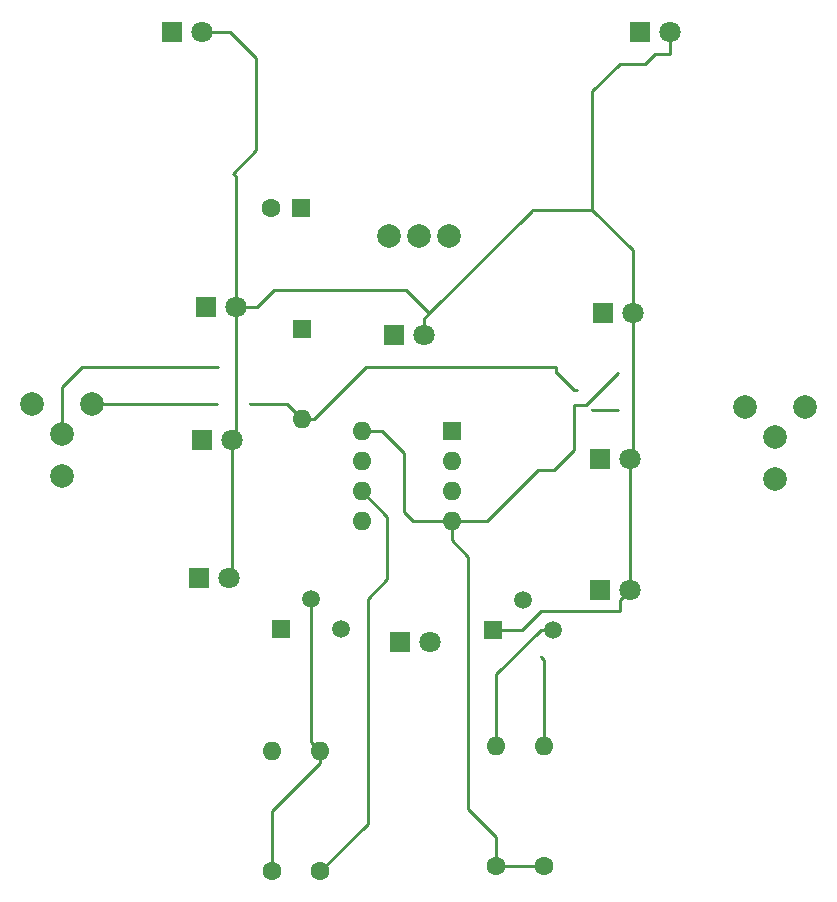
<source format=gbr>
%TF.GenerationSoftware,KiCad,Pcbnew,8.0.1*%
%TF.CreationDate,2024-04-02T10:46:18+02:00*%
%TF.ProjectId,ROBO_III,524f424f-5f49-4494-992e-6b696361645f,rev?*%
%TF.SameCoordinates,Original*%
%TF.FileFunction,Copper,L1,Top*%
%TF.FilePolarity,Positive*%
%FSLAX46Y46*%
G04 Gerber Fmt 4.6, Leading zero omitted, Abs format (unit mm)*
G04 Created by KiCad (PCBNEW 8.0.1) date 2024-04-02 10:46:18*
%MOMM*%
%LPD*%
G01*
G04 APERTURE LIST*
%TA.AperFunction,ComponentPad*%
%ADD10R,1.800000X1.800000*%
%TD*%
%TA.AperFunction,ComponentPad*%
%ADD11C,1.800000*%
%TD*%
%TA.AperFunction,ComponentPad*%
%ADD12R,1.500000X1.500000*%
%TD*%
%TA.AperFunction,ComponentPad*%
%ADD13C,1.500000*%
%TD*%
%TA.AperFunction,ComponentPad*%
%ADD14C,1.600000*%
%TD*%
%TA.AperFunction,ComponentPad*%
%ADD15O,1.600000X1.600000*%
%TD*%
%TA.AperFunction,ComponentPad*%
%ADD16R,1.600000X1.600000*%
%TD*%
%TA.AperFunction,ComponentPad*%
%ADD17C,2.000000*%
%TD*%
%TA.AperFunction,ViaPad*%
%ADD18C,0.300000*%
%TD*%
%TA.AperFunction,Conductor*%
%ADD19C,0.250000*%
%TD*%
G04 APERTURE END LIST*
D10*
%TO.P,D11,1,K*%
%TO.N,Net-(D1-K)*%
X88892500Y-34392500D03*
D11*
%TO.P,D11,2,A*%
%TO.N,Net-(D1-A)*%
X91432500Y-34392500D03*
%TD*%
D10*
%TO.P,D8,1,K*%
%TO.N,Net-(D1-K)*%
X51592500Y-80567500D03*
D11*
%TO.P,D8,2,A*%
%TO.N,Net-(D1-A)*%
X54132500Y-80567500D03*
%TD*%
D10*
%TO.P,D2,1,K*%
%TO.N,Net-(D1-K)*%
X68077500Y-60042500D03*
D11*
%TO.P,D2,2,A*%
%TO.N,Net-(D1-A)*%
X70617500Y-60042500D03*
%TD*%
D12*
%TO.P,T2,1,E*%
%TO.N,Net-(D1-K)*%
X58527500Y-84907500D03*
D13*
%TO.P,T2,2,B*%
%TO.N,Net-(Q1-B)*%
X61067500Y-82367500D03*
%TO.P,T2,3,C*%
%TO.N,Net-(Q1-C)*%
X63607500Y-84907500D03*
%TD*%
D10*
%TO.P,D4,1,K*%
%TO.N,Net-(D1-K)*%
X85767500Y-58142500D03*
D11*
%TO.P,D4,2,A*%
%TO.N,Net-(D1-A)*%
X88307500Y-58142500D03*
%TD*%
D10*
%TO.P,D1,1,K*%
%TO.N,Net-(D1-K)*%
X52127500Y-57667500D03*
D11*
%TO.P,D1,2,A*%
%TO.N,Net-(D1-A)*%
X54667500Y-57667500D03*
%TD*%
D10*
%TO.P,D5,1,K*%
%TO.N,Net-(D1-K)*%
X85542500Y-70492500D03*
D11*
%TO.P,D5,2,A*%
%TO.N,Net-(D1-A)*%
X88082500Y-70492500D03*
%TD*%
D10*
%TO.P,D9,1,K*%
%TO.N,Net-(D1-K)*%
X51842500Y-68942500D03*
D11*
%TO.P,D9,2,A*%
%TO.N,Net-(D1-A)*%
X54382500Y-68942500D03*
%TD*%
D12*
%TO.P,T1,1,E*%
%TO.N,Net-(D1-A)*%
X76452500Y-84982500D03*
D13*
%TO.P,T1,2,B*%
%TO.N,Net-(Q1-C)*%
X78992500Y-82442500D03*
%TO.P,T1,3,C*%
%TO.N,Net-(Q2-C)*%
X81532500Y-84982500D03*
%TD*%
D10*
%TO.P,D6,1,K*%
%TO.N,Net-(D1-K)*%
X85542500Y-81642500D03*
D11*
%TO.P,D6,2,A*%
%TO.N,Net-(D1-A)*%
X88082500Y-81642500D03*
%TD*%
D10*
%TO.P,D7,1,K*%
%TO.N,Net-(D1-K)*%
X68592500Y-86017500D03*
D11*
%TO.P,D7,2,A*%
%TO.N,Net-(D1-A)*%
X71132500Y-86017500D03*
%TD*%
D10*
%TO.P,D10,1,K*%
%TO.N,Net-(D1-K)*%
X49317500Y-34392500D03*
D11*
%TO.P,D10,2,A*%
%TO.N,Net-(D1-A)*%
X51857500Y-34392500D03*
%TD*%
D14*
%TO.P,R3,1*%
%TO.N,Net-(D3-K)*%
X61817500Y-105402500D03*
D15*
%TO.P,R3,2*%
%TO.N,Net-(Q1-B)*%
X61817500Y-95242500D03*
%TD*%
D16*
%TO.P,C1,1*%
%TO.N,Net-(D3-K)*%
X60192500Y-49292500D03*
D14*
%TO.P,C1,2*%
%TO.N,Net-(D1-K)*%
X57692500Y-49292500D03*
%TD*%
D17*
%TO.P,P1,1,1*%
%TO.N,Net-(S1-E)*%
X102897500Y-66142500D03*
%TO.P,P1,2,2*%
%TO.N,unconnected-(P1-Pad2)*%
X97817500Y-66142500D03*
%TO.P,P1,3,3*%
%TO.N,Net-(D3-A)*%
X100357500Y-72238500D03*
X100357500Y-68682500D03*
%TD*%
%TO.P,S1,1,A*%
%TO.N,Net-(S1-A-Pad1)*%
X67667500Y-51617500D03*
%TO.P,S1,2,E*%
%TO.N,Net-(S1-E)*%
X70207500Y-51617500D03*
%TO.P,S1,3,A*%
%TO.N,unconnected-(S1-A-Pad3)*%
X72747500Y-51617500D03*
%TD*%
D14*
%TO.P,R5,1*%
%TO.N,Net-(S1-E)*%
X80792500Y-104952500D03*
D15*
%TO.P,R5,2*%
%TO.N,Net-(Q1-C)*%
X80792500Y-94792500D03*
%TD*%
D14*
%TO.P,R6,1*%
%TO.N,Net-(S1-E)*%
X76742500Y-104952500D03*
D15*
%TO.P,R6,2*%
%TO.N,Net-(Q2-C)*%
X76742500Y-94792500D03*
%TD*%
D14*
%TO.P,R4,1*%
%TO.N,Net-(Q1-B)*%
X57767500Y-105402500D03*
D15*
%TO.P,R4,2*%
%TO.N,Net-(D1-K)*%
X57767500Y-95242500D03*
%TD*%
D17*
%TO.P,P2,1,1*%
%TO.N,Net-(D3-A)*%
X42481300Y-65831700D03*
%TO.P,P2,2,2*%
%TO.N,unconnected-(P2-Pad2)*%
X37401300Y-65831700D03*
%TO.P,P2,3,3*%
%TO.N,Net-(D3-K)*%
X39941300Y-71927700D03*
X39941300Y-68371700D03*
%TD*%
D16*
%TO.P,D3,1,K*%
%TO.N,Net-(D3-K)*%
X60292500Y-59547500D03*
D15*
%TO.P,D3,2,A*%
%TO.N,Net-(D3-A)*%
X60292500Y-67167500D03*
%TD*%
D16*
%TO.P,U1,1,GND*%
%TO.N,Net-(D1-K)*%
X72962500Y-68162500D03*
D15*
%TO.P,U1,2,TR*%
%TO.N,Net-(D3-K)*%
X72962500Y-70702500D03*
%TO.P,U1,3,Q*%
%TO.N,Net-(U1-Pad3)*%
X72962500Y-73242500D03*
%TO.P,U1,4,R*%
%TO.N,Net-(S1-E)*%
X72962500Y-75782500D03*
%TO.P,U1,5,CV*%
%TO.N,unconnected-(U1-CV-Pad5)*%
X65342500Y-75782500D03*
%TO.P,U1,6,THR*%
%TO.N,Net-(D3-K)*%
X65342500Y-73242500D03*
%TO.P,U1,7,DIS*%
%TO.N,Net-(D3-A)*%
X65342500Y-70702500D03*
%TO.P,U1,8,VCC*%
%TO.N,Net-(S1-E)*%
X65342500Y-68162500D03*
%TD*%
D18*
%TO.N,Net-(D3-K)*%
X53167500Y-62717500D03*
%TO.N,Net-(D3-A)*%
X84867500Y-66392500D03*
X55917500Y-65867500D03*
X87042500Y-66392500D03*
X83542500Y-64667500D03*
X53117500Y-65817500D03*
%TO.N,Net-(S1-E)*%
X87067500Y-63192500D03*
%TO.N,Net-(Q1-C)*%
X80492500Y-87267500D03*
%TD*%
D19*
%TO.N,Net-(D3-K)*%
X67517500Y-80667500D02*
X65842500Y-82342500D01*
X65342500Y-73242500D02*
X67517500Y-75417500D01*
X65842500Y-82342500D02*
X65842500Y-101377500D01*
X39941300Y-68371700D02*
X39941300Y-64418700D01*
X65842500Y-101377500D02*
X61817500Y-105402500D01*
X53167500Y-62717500D02*
X41642500Y-62717500D01*
X39941300Y-64418700D02*
X41642500Y-62717500D01*
X67517500Y-75417500D02*
X67517500Y-80667500D01*
%TO.N,Net-(D1-A)*%
X51857500Y-34392500D02*
X54217500Y-34392500D01*
X56442500Y-57667500D02*
X57917500Y-56192500D01*
X80492500Y-83392500D02*
X87242500Y-83392500D01*
X71067500Y-58192500D02*
X70617500Y-58642500D01*
X84867500Y-49392500D02*
X79742500Y-49392500D01*
X84867500Y-49392500D02*
X88307500Y-52832500D01*
X54382500Y-68942500D02*
X54382500Y-80317500D01*
X70617500Y-58642500D02*
X70617500Y-60042500D01*
X54667500Y-57667500D02*
X56442500Y-57667500D01*
X54667500Y-57667500D02*
X54667500Y-68657500D01*
X56367500Y-36542500D02*
X56367500Y-44392500D01*
X88307500Y-58142500D02*
X88307500Y-70267500D01*
X54417500Y-46342500D02*
X54667500Y-46592500D01*
X79742500Y-49392500D02*
X79742500Y-49517500D01*
X54667500Y-46592500D02*
X54667500Y-57667500D01*
X87242500Y-83392500D02*
X87242500Y-82482500D01*
X88307500Y-70267500D02*
X88082500Y-70492500D01*
X88082500Y-70492500D02*
X88082500Y-81642500D01*
X69067500Y-56192500D02*
X71067500Y-58192500D01*
X88307500Y-52832500D02*
X88307500Y-58142500D01*
X84867500Y-39350292D02*
X84867500Y-49392500D01*
X78902500Y-84982500D02*
X80492500Y-83392500D01*
X87175292Y-37042500D02*
X84867500Y-39350292D01*
X57917500Y-56192500D02*
X69067500Y-56192500D01*
X54217500Y-34392500D02*
X56367500Y-36542500D01*
X55080247Y-57254753D02*
X54667500Y-57667500D01*
X54382500Y-80317500D02*
X54132500Y-80567500D01*
X91432500Y-36202500D02*
X90157500Y-36202500D01*
X56367500Y-44392500D02*
X54417500Y-46342500D01*
X89317500Y-37042500D02*
X87175292Y-37042500D01*
X76452500Y-84982500D02*
X78902500Y-84982500D01*
X54667500Y-68657500D02*
X54382500Y-68942500D01*
X79742500Y-49517500D02*
X71067500Y-58192500D01*
X91432500Y-34392500D02*
X91432500Y-36202500D01*
X87242500Y-82482500D02*
X88082500Y-81642500D01*
X90157500Y-36202500D02*
X89317500Y-37042500D01*
%TO.N,Net-(D3-A)*%
X58992500Y-65867500D02*
X60292500Y-67167500D01*
X47128300Y-65831700D02*
X50991320Y-65831700D01*
X65742500Y-62717500D02*
X81792500Y-62717500D01*
X81792500Y-62717500D02*
X81792500Y-63192500D01*
X42481300Y-65831700D02*
X47128300Y-65831700D01*
X50991320Y-65831700D02*
X51005520Y-65817500D01*
X60292500Y-67167500D02*
X61292500Y-67167500D01*
X83342500Y-64667500D02*
X83542500Y-64667500D01*
X51005520Y-65817500D02*
X53117500Y-65817500D01*
X61292500Y-67167500D02*
X65742500Y-62717500D01*
X81867500Y-63192500D02*
X83342500Y-64667500D01*
X81792500Y-63192500D02*
X81867500Y-63192500D01*
X84867500Y-66392500D02*
X87042500Y-66392500D01*
X55917500Y-65867500D02*
X58992500Y-65867500D01*
%TO.N,Net-(S1-E)*%
X74342500Y-78792500D02*
X72962500Y-77412500D01*
X81592500Y-71442500D02*
X83292500Y-69742500D01*
X84292500Y-65967500D02*
X87067500Y-63192500D01*
X68892500Y-75017500D02*
X69657500Y-75782500D01*
X83292500Y-69742500D02*
X83292500Y-65967500D01*
X72962500Y-75782500D02*
X75927500Y-75782500D01*
X83292500Y-65967500D02*
X84292500Y-65967500D01*
X76742500Y-102542500D02*
X74342500Y-100142500D01*
X72962500Y-77412500D02*
X72962500Y-75782500D01*
X75927500Y-75782500D02*
X78817500Y-72892500D01*
X69657500Y-75782500D02*
X72962500Y-75782500D01*
X67087500Y-68162500D02*
X68892500Y-69967500D01*
X80267500Y-71442500D02*
X81592500Y-71442500D01*
X74342500Y-100142500D02*
X74342500Y-78792500D01*
X76742500Y-104952500D02*
X76742500Y-102542500D01*
X78817500Y-72892500D02*
X80267500Y-71442500D01*
X80792500Y-104952500D02*
X76742500Y-104952500D01*
X68892500Y-69967500D02*
X68892500Y-75017500D01*
X65342500Y-68162500D02*
X67087500Y-68162500D01*
%TO.N,Net-(Q1-B)*%
X61817500Y-95242500D02*
X61817500Y-96292500D01*
X61067500Y-82367500D02*
X61067500Y-94492500D01*
X61817500Y-96292500D02*
X57767500Y-100342500D01*
X61067500Y-94492500D02*
X61817500Y-95242500D01*
X57767500Y-100342500D02*
X57767500Y-105402500D01*
%TO.N,Net-(Q1-C)*%
X80492500Y-87267500D02*
X80792500Y-87567500D01*
X80792500Y-87567500D02*
X80792500Y-94792500D01*
%TO.N,Net-(Q2-C)*%
X81532500Y-84982500D02*
X80477500Y-84982500D01*
X80477500Y-84982500D02*
X76742500Y-88717500D01*
X76742500Y-88717500D02*
X76742500Y-94792500D01*
%TD*%
M02*

</source>
